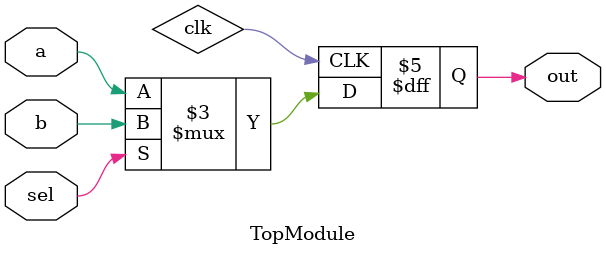
<source format=sv>

module TopModule (
  input wire a,
  input wire b,
  input wire sel,
  output reg out
);

always @(posedge clk) begin
  if (sel)
    out <= b;
  else
    out <= a;
end

// Add clock input and synchronization as needed
// assumption: clk is provided externally
// e.g., TopModule clk (a, b, sel, out); in another module with clk input

endmodule

// VERILOG-EVAL: abnormal backticks count
// VERILOG-EVAL: errant inclusion of module definition

</source>
